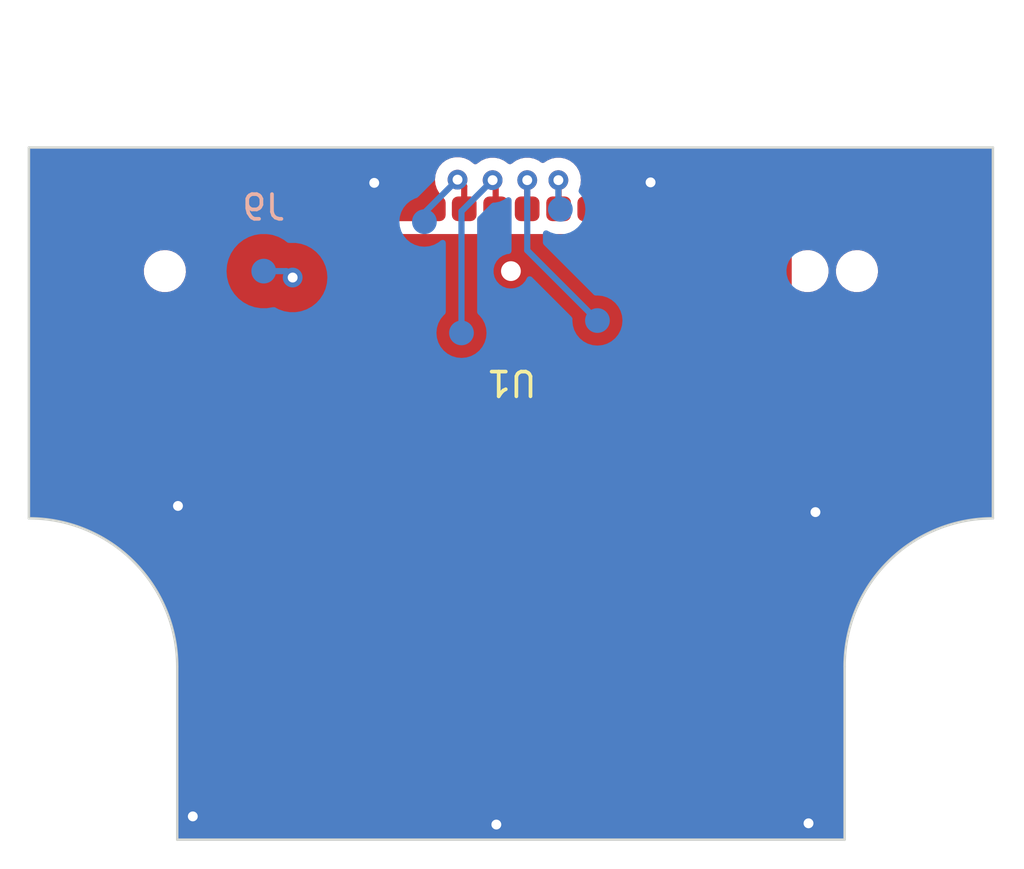
<source format=kicad_pcb>
(kicad_pcb (version 20221018) (generator pcbnew)
  (title_block (title "LGAD carrier board compatible with Chubut 2") (date "2022-08-15") (company "Universität Zürich") (comment 1 "Matias Senger"))
  (layers (0 "F.Cu" signal) (31 "B.Cu" signal) (34 "B.Paste" user) (35 "F.Paste" user) (38 "B.Mask" user) (39 "F.Mask" user) (44 "Edge.Cuts" user))
  (property "board_name" "CMS ETL 16x16")
  (property "timestamp" "230612")
  (net 0 "")
  (net 1 "Net-(J7-Pin_1)")
  (net 2 "Net-(J10-Pin_1)")
  (net 3 "Net-(J11-Pin_1)")
  (net 4 "Net-(J12-Pin_1)")
  (net 5 "/HV")
  (net 6 "GND")
  (footprint "chubut:MILL-MAX_7625-0-00-15-00-00-03-0_alignment_hole" (layer "F.Cu") (at -14 0)
    (fp_text reference "H2" hide)
    (fp_text value "MountingHole")
    (pad "" np_thru_hole circle (at 0 0) (size 1.1 1.1) (drill 1.1) (layers "*.Cu"))
  )
  (footprint "chubut:CMS_ETL_16x16" (layer "F.Cu") (at 0 0 180)
    (fp_text reference "U1" (at -0.03 -4.52 180 unlocked) (layer "F.SilkS"))
    (fp_text value "LGAD_4CH_dual")
    (pad "" np_thru_hole circle (at 0 0 270) (size 0.8 0.8) (drill 0.8) (layers "F&B.Cu"))
    (pad "1" smd roundrect (at 0.6 -9.5 180) (size 22 22) (layers "F.Cu" "F.Mask") (roundrect_rratio 0.03) (net 5 "/HV"))
    (pad "2" smd roundrect (at -11.44 -11.35 270) (size 20.269998 0.999998) (layers "F.Cu" "F.Mask") (net 6 "GND"))
    (pad "2" smd roundrect (at -11.149997 0.664995 270) (size 4.639992 0.419994) (layers "F.Cu" "F.Mask") (net 6 "GND"))
    (pad "2" smd roundrect (at -7.07 2.52 180) (size 8.76 1) (layers "F.Cu" "F.Mask") (net 6 "GND"))
    (pad "2" smd roundrect (at 0.58 -21.44 180) (size 25.04 1) (layers "F.Cu" "F.Mask") (net 6 "GND"))
    (pad "2" smd roundrect (at 7.64 2.52 180) (size 10 1) (layers "F.Cu" "F.Mask") (net 6 "GND"))
    (pad "2" smd roundrect (at 12.6 -9.459999 270) (size 24.959998 1) (layers "F.Cu" "F.Mask") (net 6 "GND"))
    (pad "3" smd roundrect (at 1.89 2.52 180) (size 1 1) (layers "F.Cu" "F.Mask") (net 4 "Net-(J12-Pin_1)"))
    (pad "4" smd roundrect (at 0.616666 2.52 180) (size 1 1) (layers "F.Cu" "F.Mask") (net 3 "Net-(J11-Pin_1)"))
    (pad "5" smd roundrect (at -0.656667 2.52 180) (size 1 1) (layers "F.Cu" "F.Mask") (net 2 "Net-(J10-Pin_1)"))
    (pad "6" smd roundrect (at -1.93 2.52 180) (size 1 1) (layers "F.Cu" "F.Mask") (net 1 "Net-(J7-Pin_1)"))
  )
  (footprint "chubut:MILL-MAX_7625-0-00-15-00-00-03-0_alignment_hole" (layer "F.Cu") (at 14 0)
    (fp_text reference "H1" hide)
    (fp_text value "MountingHole")
    (pad "" np_thru_hole circle (at 0 0) (size 1.1 1.1) (drill 1.1) (layers "*.Cu"))
  )
  (footprint "chubut:MILL-MAX_7625-0-00-15-00-00-03-0_alignment_hole" (layer "F.Cu") (at 12 0)
    (fp_text reference "H5" hide)
    (fp_text value "MountingHole")
    (pad "" np_thru_hole circle (at 0 0) (size 1.1 1.1) (drill 1.1) (layers "*.Cu"))
  )
  (footprint "chubut:MILL-MAX_0965-0-15-20-80-14-11-0_contact" (layer "B.Cu") (at -5.5 0.5 180)
    (fp_text reference "J13" hide)
    (fp_text value "CH1")
    (pad "1" smd circle (at 0 0 180) (size 1 1) (layers "B.Cu" "B.Mask") (net 6 "GND"))
  )
  (footprint "chubut:MILL-MAX_0965-0-15-20-80-14-11-0_contact" (layer "B.Cu") (at 2 -2.5 180)
    (fp_text reference "J7" hide)
    (fp_text value "CH1")
    (pad "1" smd circle (at 0 0 180) (size 1 1) (layers "B.Cu" "B.Mask") (net 1 "Net-(J7-Pin_1)"))
  )
  (footprint "chubut:MILL-MAX_0965-0-15-20-80-14-11-0_contact" (layer "B.Cu") (at 5.5 -0.5 180)
    (fp_text reference "J14" hide)
    (fp_text value "CH1")
    (pad "1" smd circle (at 0 0 180) (size 1 1) (layers "B.Cu" "B.Mask") (net 6 "GND"))
  )
  (footprint "chubut:MILL-MAX_0965-0-15-20-80-14-11-0_contact" (layer "B.Cu") (at -3.5 -2 180)
    (fp_text reference "J12" hide)
    (fp_text value "CH1")
    (pad "1" smd circle (at 0 0 180) (size 1 1) (layers "B.Cu" "B.Mask") (net 4 "Net-(J12-Pin_1)"))
  )
  (footprint "chubut:MILL-MAX_0965-0-15-20-80-14-11-0_contact" (layer "B.Cu") (at -10 0 180)
    (fp_text reference "J9" (at 0 2.57 unlocked) (layer "B.SilkS") (effects (justify mirror)))
    (fp_text value "HV")
    (pad "1" smd circle (at 0 0 180) (size 1 1) (layers "B.Cu" "B.Mask") (net 5 "/HV"))
  )
  (footprint "chubut:UZH_logo_solder_mask" (layer "B.Cu") (at 11.38 3.34 180)
    (fp_text reference "G***" hide)
    (fp_text value "LOGO" hide)
  )
  (footprint "chubut:MILL-MAX_0965-0-15-20-80-14-11-0_contact" (layer "B.Cu") (at -2 2.5 180)
    (fp_text reference "J11" hide)
    (fp_text value "CH1")
    (pad "1" smd circle (at 0 0 180) (size 1 1) (layers "B.Cu" "B.Mask") (net 3 "Net-(J11-Pin_1)"))
  )
  (footprint "chubut:MILL-MAX_0965-0-15-20-80-14-11-0_contact" (layer "B.Cu") (at 3.5 2 180)
    (fp_text reference "J10" hide)
    (fp_text value "CH1")
    (pad "1" smd circle (at 0 0 180) (size 1 1) (layers "B.Cu" "B.Mask") (net 2 "Net-(J10-Pin_1)"))
  )
  (gr_line (start 13.5 16) (end 13.5 23) (stroke (width 0.1)) (layer "Edge.Cuts"))
  (gr_line (start 19.5 -5) (end 19.5 10) (stroke (width 0.1)) (layer "Edge.Cuts"))
  (gr_line (start 13.5 23) (end -13.5 23) (stroke (width 0.1)) (layer "Edge.Cuts"))
  (gr_line (start -13.5 23) (end -13.5 16) (stroke (width 0.1)) (layer "Edge.Cuts"))
  (gr_line (start -19.5 -5) (end -19.5 10) (stroke (width 0.1)) (layer "Edge.Cuts"))
  (gr_arc (start -19.5 10) (mid -15.257359 11.757359) (end -13.5 16) (stroke (width 0.1)) (layer "Edge.Cuts"))
  (gr_arc (start 13.5 16) (mid 15.257359 11.757359) (end 19.5 10) (stroke (width 0.1)) (layer "Edge.Cuts"))
  (gr_line (start -19.5 -5) (end 19.5 -5) (stroke (width 0.1)) (layer "Edge.Cuts"))
  (segment (start 1.93 -2.52) (end 1.93 -3.67) (width 0.25) (layer "F.Cu") (net 1))
  (segment (start 1.93 -3.67) (end 1.92 -3.68) (width 0.25) (layer "F.Cu") (net 1))
  (via (at 1.92 -3.68) (size 0.8) (drill 0.4) (layers "F.Cu" "B.Cu") (net 1))
  (segment (start 1.92 -2.58) (end 2 -2.5) (width 0.25) (layer "B.Cu") (net 1))
  (segment (start 1.92 -3.68) (end 1.92 -2.58) (width 0.25) (layer "B.Cu") (net 1))
  (segment (start 0.656667 -2.52) (end 0.656667 -3.676667) (width 0.25) (layer "F.Cu") (net 2))
  (segment (start 0.656667 -3.676667) (end 0.66 -3.68) (width 0.25) (layer "F.Cu") (net 2))
  (via (at 0.66 -3.68) (size 0.8) (drill 0.4) (layers "F.Cu" "B.Cu") (net 2))
  (segment (start 0.66 -0.84) (end 3.5 2) (width 0.25) (layer "B.Cu") (net 2))
  (segment (start 0.66 -3.68) (end 0.66 -0.84) (width 0.25) (layer "B.Cu") (net 2))
  (segment (start -0.616666 -2.52) (end -0.616666 -3.556666) (width 0.25) (layer "F.Cu") (net 3))
  (segment (start -0.616666 -3.556666) (end -0.74 -3.68) (width 0.25) (layer "F.Cu") (net 3))
  (via (at -0.74 -3.68) (size 0.8) (drill 0.4) (layers "F.Cu" "B.Cu") (net 3))
  (segment (start -0.74 -3.68) (end -2 -2.42) (width 0.25) (layer "B.Cu") (net 3))
  (segment (start -2 -2.42) (end -2 2.5) (width 0.25) (layer "B.Cu") (net 3))
  (segment (start -1.89 -3.43) (end -2.16 -3.7) (width 0.25) (layer "F.Cu") (net 4))
  (segment (start -1.89 -2.52) (end -1.89 -3.43) (width 0.25) (layer "F.Cu") (net 4))
  (via (at -2.16 -3.7) (size 0.8) (drill 0.4) (layers "F.Cu" "B.Cu") (net 4))
  (segment (start -2.16 -3.7) (end -3.5 -2.36) (width 0.25) (layer "B.Cu") (net 4))
  (segment (start -3.5 -2.36) (end -3.5 -2) (width 0.25) (layer "B.Cu") (net 4))
  (via (at -8.83 0.26) (size 0.8) (drill 0.4) (layers "F.Cu" "B.Cu") (net 5))
  (segment (start -9.09 0) (end -8.83 0.26) (width 0.25) (layer "B.Cu") (net 5))
  (segment (start -10 0) (end -9.09 0) (width 0.25) (layer "B.Cu") (net 5))
  (segment (start -6.695 -3.57) (end -7.64 -2.625) (width 0.25) (layer "F.Cu") (net 6))
  (segment (start 6 -3.59) (end 7.07 -2.52) (width 0.25) (layer "F.Cu") (net 6))
  (segment (start -5.53 -3.57) (end -6.695 -3.57) (width 0.25) (layer "F.Cu") (net 6))
  (segment (start 5.65 -3.59) (end 6 -3.59) (width 0.25) (layer "F.Cu") (net 6))
  (via (at -0.59 22.39) (size 0.8) (drill 0.4) (layers "F.Cu" "B.Cu") (net 6))
  (via (at 5.65 -3.59) (size 0.8) (drill 0.4) (layers "F.Cu" "B.Cu") (net 6))
  (via (at 12.32 9.75) (size 0.8) (drill 0.4) (layers "F.Cu" "B.Cu") (net 6))
  (via (at -12.87 22.06) (size 0.8) (drill 0.4) (layers "F.Cu" "B.Cu") (net 6))
  (via (at 12.04 22.34) (size 0.8) (drill 0.4) (layers "F.Cu" "B.Cu") (net 6))
  (via (at -13.47 9.5) (size 0.8) (drill 0.4) (layers "F.Cu" "B.Cu") (net 6))
  (via (at -5.53 -3.57) (size 0.8) (drill 0.4) (layers "F.Cu" "B.Cu") (net 6))
  (segment (start 5.5 -3.44) (end 5.65 -3.59) (width 0.25) (layer "B.Cu") (net 6))
  (segment (start -5.5 0.5) (end -5.5 -3.54) (width 0.25) (layer "B.Cu") (net 6))
  (segment (start -5.5 -3.54) (end -5.53 -3.57) (width 0.25) (layer "B.Cu") (net 6))
  (segment (start 5.5 -0.5) (end 5.5 -3.44) (width 0.25) (layer "B.Cu") (net 6))
  (zone (net 6) (net_name "GND") (layers "F&B.Cu") (connect_pads yes (clearance 0.508)) (min_thickness 0.254) (fill yes (thermal_gap 0.508) (thermal_bridge_width 0.508))
    (polygon (pts (xy 20.77 24.21) (xy -20.67 24.21) (xy -20.67 -6.01) (xy 20.77 -6.01)))
  )
)
</source>
